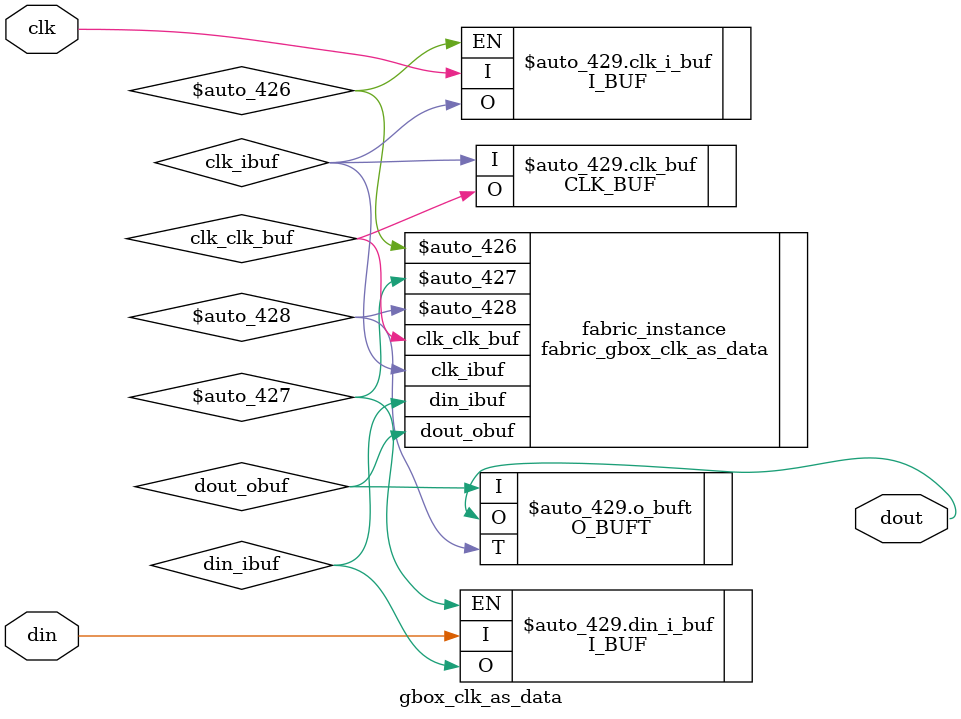
<source format=v>
/* Generated by Yosys 0.38 (git sha1 2b36bfab5, gcc 11.2.1 -fPIC -Os) */

module gbox_clk_as_data(clk, din, dout);
  input clk;
  input din;
  output dout;
  wire \$auto_426 ;
  wire \$auto_427 ;
  wire \$auto_428 ;
  (* src = "/nfs_project/castor/DV/Azfar/Rigel/DV/subsystem_level/fabric_verif_env/src/fabric_designs/gbox/gbox_clk_as_data/./gbox_clk_as_data.v:2.14-2.17" *)
  wire \$auto_429.clk ;
  (* src = "/nfs_project/castor/DV/Azfar/Rigel/DV/subsystem_level/fabric_verif_env/src/fabric_designs/gbox/gbox_clk_as_data/./gbox_clk_as_data.v:8.8-8.19" *)
  wire \$auto_429.clk_clk_buf ;
  (* src = "/nfs_project/castor/DV/Azfar/Rigel/DV/subsystem_level/fabric_verif_env/src/fabric_designs/gbox/gbox_clk_as_data/./gbox_clk_as_data.v:6.8-6.16" *)
  wire \$auto_429.clk_ibuf ;
  (* src = "/nfs_project/castor/DV/Azfar/Rigel/DV/subsystem_level/fabric_verif_env/src/fabric_designs/gbox/gbox_clk_as_data/./gbox_clk_as_data.v:3.14-3.17" *)
  wire \$auto_429.din ;
  (* src = "/nfs_project/castor/DV/Azfar/Rigel/DV/subsystem_level/fabric_verif_env/src/fabric_designs/gbox/gbox_clk_as_data/./gbox_clk_as_data.v:7.8-7.16" *)
  wire \$auto_429.din_ibuf ;
  (* src = "/nfs_project/castor/DV/Azfar/Rigel/DV/subsystem_level/fabric_verif_env/src/fabric_designs/gbox/gbox_clk_as_data/./gbox_clk_as_data.v:4.15-4.19" *)
  wire \$auto_429.dout ;
  (* src = "/nfs_project/castor/DV/Azfar/Rigel/DV/subsystem_level/fabric_verif_env/src/fabric_designs/gbox/gbox_clk_as_data/./gbox_clk_as_data.v:9.8-9.17" *)
  wire \$auto_429.dout_obuf ;
  wire \$flatten$auto_429.$auto_426 ;
  wire \$flatten$auto_429.$auto_427 ;
  wire \$flatten$auto_429.$auto_428 ;
  (* src = "/nfs_project/castor/DV/Azfar/Rigel/DV/subsystem_level/fabric_verif_env/src/fabric_designs/gbox/gbox_clk_as_data/./gbox_clk_as_data.v:2.14-2.17" *)
  (* src = "/nfs_project/castor/DV/Azfar/Rigel/DV/subsystem_level/fabric_verif_env/src/fabric_designs/gbox/gbox_clk_as_data/./gbox_clk_as_data.v:2.14-2.17" *)
  wire clk;
  (* src = "/nfs_project/castor/DV/Azfar/Rigel/DV/subsystem_level/fabric_verif_env/src/fabric_designs/gbox/gbox_clk_as_data/./gbox_clk_as_data.v:8.8-8.19" *)
  wire clk_clk_buf;
  (* src = "/nfs_project/castor/DV/Azfar/Rigel/DV/subsystem_level/fabric_verif_env/src/fabric_designs/gbox/gbox_clk_as_data/./gbox_clk_as_data.v:6.8-6.16" *)
  wire clk_ibuf;
  (* src = "/nfs_project/castor/DV/Azfar/Rigel/DV/subsystem_level/fabric_verif_env/src/fabric_designs/gbox/gbox_clk_as_data/./gbox_clk_as_data.v:3.14-3.17" *)
  (* src = "/nfs_project/castor/DV/Azfar/Rigel/DV/subsystem_level/fabric_verif_env/src/fabric_designs/gbox/gbox_clk_as_data/./gbox_clk_as_data.v:3.14-3.17" *)
  wire din;
  (* src = "/nfs_project/castor/DV/Azfar/Rigel/DV/subsystem_level/fabric_verif_env/src/fabric_designs/gbox/gbox_clk_as_data/./gbox_clk_as_data.v:7.8-7.16" *)
  wire din_ibuf;
  (* src = "/nfs_project/castor/DV/Azfar/Rigel/DV/subsystem_level/fabric_verif_env/src/fabric_designs/gbox/gbox_clk_as_data/./gbox_clk_as_data.v:4.15-4.19" *)
  (* src = "/nfs_project/castor/DV/Azfar/Rigel/DV/subsystem_level/fabric_verif_env/src/fabric_designs/gbox/gbox_clk_as_data/./gbox_clk_as_data.v:4.15-4.19" *)
  wire dout;
  (* src = "/nfs_project/castor/DV/Azfar/Rigel/DV/subsystem_level/fabric_verif_env/src/fabric_designs/gbox/gbox_clk_as_data/./gbox_clk_as_data.v:9.8-9.17" *)
  wire dout_obuf;
  (* module_not_derived = 32'sd1 *)
  (* src = "/nfs_project/castor/DV/Azfar/Rigel/DV/subsystem_level/fabric_verif_env/src/fabric_designs/gbox/gbox_clk_as_data/./gbox_clk_as_data.v:24.11-27.4" *)
  CLK_BUF \$auto_429.clk_buf  (
    .I(clk_ibuf),
    .O(clk_clk_buf)
  );
  (* module_not_derived = 32'sd1 *)
  (* src = "/nfs_project/castor/DV/Azfar/Rigel/DV/subsystem_level/fabric_verif_env/src/fabric_designs/gbox/gbox_clk_as_data/./gbox_clk_as_data.v:14.9-18.4" *)
  I_BUF \$auto_429.clk_i_buf  (
    .EN(\$auto_426 ),
    .I(clk),
    .O(clk_ibuf)
  );
  (* module_not_derived = 32'sd1 *)
  (* src = "/nfs_project/castor/DV/Azfar/Rigel/DV/subsystem_level/fabric_verif_env/src/fabric_designs/gbox/gbox_clk_as_data/./gbox_clk_as_data.v:19.9-23.4" *)
  I_BUF \$auto_429.din_i_buf  (
    .EN(\$auto_427 ),
    .I(din),
    .O(din_ibuf)
  );
  (* module_not_derived = 32'sd1 *)
  (* src = "/nfs_project/castor/DV/Azfar/Rigel/DV/subsystem_level/fabric_verif_env/src/fabric_designs/gbox/gbox_clk_as_data/./gbox_clk_as_data.v:33.9-36.4" *)
  O_BUFT \$auto_429.o_buft  (
    .I(dout_obuf),
    .O(dout),
    .T(\$auto_428 )
  );
  fabric_gbox_clk_as_data fabric_instance (
    .\$auto_426 (\$auto_426 ),
    .\$auto_427 (\$auto_427 ),
    .\$auto_428 (\$auto_428 ),
    .clk_clk_buf(clk_clk_buf),
    .clk_ibuf(clk_ibuf),
    .din_ibuf(din_ibuf),
    .dout_obuf(dout_obuf)
  );
endmodule

</source>
